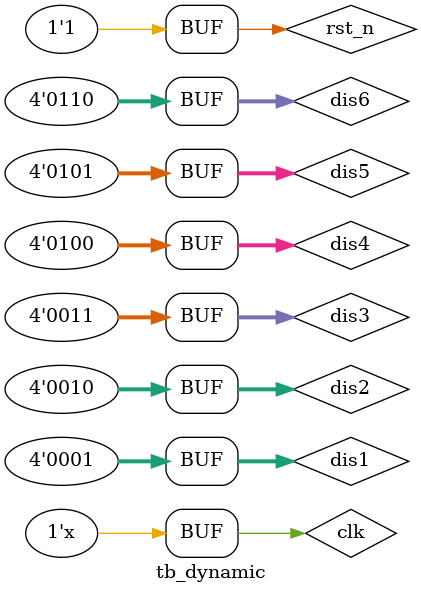
<source format=v>
`timescale 1ns / 1ns 

module tb_dynamic();

reg				clk		;	
reg				rst_n	;	
        
reg		[3:0]	dis1	;	
reg		[3:0]	dis2	;	
reg		[3:0]	dis3	;	
reg		[3:0]	dis4	;	
reg		[3:0]	dis5	;	
reg		[3:0]	dis6	;	

wire	[7:0]	seg_data;	
wire	[5:0]	sel     ;

initial begin
	clk 	= 0			;
	rst_n 	= 0			;
	dis1   	= 4'd1  	;
	dis2   	= 4'd2  	;
	dis3   	= 4'd3  	;
	dis4   	= 4'd4  	;
	dis5   	= 4'd5  	;
	dis6   	= 4'd6  	;
	#25
	rst_n 	= 1			;
end
always #10 clk = ~clk;
dynamic			u_dynamic(
	.clk			(clk			),
	.rst_n			(rst_n			),
                     
	.dis1			(dis1			),
	.dis2			(dis2			),
	.dis3			(dis3			),
	.dis4			(dis4			),
	.dis5			(dis5			),
	.dis6			(dis6			),
                     
	.seg_data		(seg_data		),
	.sel            (sel            )
);

endmodule 
</source>
